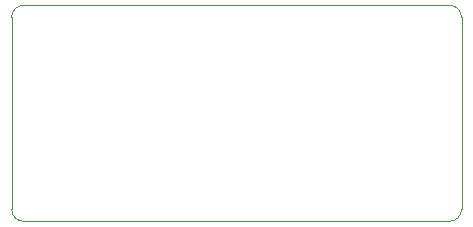
<source format=gbr>
%TF.GenerationSoftware,KiCad,Pcbnew,5.1.6-c6e7f7d~86~ubuntu18.04.1*%
%TF.CreationDate,2021-07-01T18:37:21-07:00*%
%TF.ProjectId,usb_combo_pmod,7573625f-636f-46d6-926f-5f706d6f642e,rev?*%
%TF.SameCoordinates,Original*%
%TF.FileFunction,Profile,NP*%
%FSLAX46Y46*%
G04 Gerber Fmt 4.6, Leading zero omitted, Abs format (unit mm)*
G04 Created by KiCad (PCBNEW 5.1.6-c6e7f7d~86~ubuntu18.04.1) date 2021-07-01 18:37:21*
%MOMM*%
%LPD*%
G01*
G04 APERTURE LIST*
%TA.AperFunction,Profile*%
%ADD10C,0.050000*%
%TD*%
G04 APERTURE END LIST*
D10*
X96520000Y-69088000D02*
G75*
G02*
X97536000Y-68072000I1016000J0D01*
G01*
X97536000Y-86360000D02*
G75*
G02*
X96520000Y-85344000I0J1016000D01*
G01*
X134620000Y-85344000D02*
G75*
G02*
X133604000Y-86360000I-1016000J0D01*
G01*
X133604000Y-68072000D02*
G75*
G02*
X134620000Y-69088000I0J-1016000D01*
G01*
X133604000Y-86360000D02*
X97536000Y-86360000D01*
X134620000Y-69088000D02*
X134620000Y-85344000D01*
X97536000Y-68072000D02*
X133604000Y-68072000D01*
X96520000Y-85344000D02*
X96520000Y-69088000D01*
M02*

</source>
